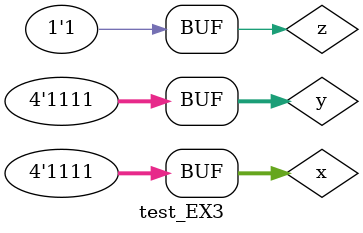
<source format=v>



module Adder (output s1, output s2, input a, input b);

xor XOR1 (s2,a,b);
and AND1 (s1,a,b);				 				

endmodule // Adder

module  FullAdder (output s3, output s4,input e1, input e2, input c);
wire p1, p2,p3;

Adder HA1 (p1,p2,e1,e2);
Adder HA2 (s3,p3,p1,c);
xor XOR1 (s4,p3,p2);

endmodule // FullAdder

module INC (output[2:0] s, output Carry_out, input a,
            input b, input c, input Carry_in);
wire f1,f2,f3;

FullAdder FA1 (s[0],f1,a,1,Carry_in);
FullAdder FA2 (s[1],f2,b,0,f1);
FullAdder FA3 (s[2],Carry_out,c,0,f2);

endmodule // INC

module FullAdder2 (output sinal, output[3:0] s, input[3:0] a,
                   input[3:0] b, input carry);
wire  w1,w2,w3,w4,p1,p2,p3,p4;
wire[4:0] p;

FullAdder FA1 (p[0],p1,a[0],b[0],carry);
FullAdder FA2 (p[1],p2,a[1],b[1],p1);
FullAdder FA3 (p[2],p3,a[2],b[2],p2);
FullAdder FA4 (sinal,p4,a[3],b[3],p3);
INC Inc1 (s[3:0],sinal,p[0],p[1],p[2],p4);
endmodule // FullAdder2

module test_EX3; 

// ------------------------- definir dados 

reg[3:0] x, y;
reg z;  
wire [2:0]q;
wire sinal;

FullAdder2 modulo (sinal, q, x, y, z); 

// ------------------------- parte principal 

initial begin 
$display("Exemplo0033 - Luhan Mairinck Reis - 446987"); 
$display("Test LU's module"); 

x = 4'b0000; y = 4'b0000; z = 'b0;

// projetar testes do modulo 
#1 $display("\n a    b   carry  sinal   s"); 
#1 $monitor("%4b %4b   %b    %b   %4b" ,x,y,z,sinal,q); 

#1 x = 4'b0001; y = 4'b0000; z = 'b0;
#1 x = 4'b0001; y = 4'b0001; z = 'b0;
#1 x = 4'b0010; y = 4'b0001; z = 'b0;
#1 x = 4'b0010; y = 4'b0010; z = 'b0;
#1 x = 4'b0011; y = 4'b0010; z = 'b0;
#1 x = 4'b0011; y = 4'b0011; z = 'b0;
#1 x = 4'b0100; y = 4'b0011; z = 'b0;
#1 x = 4'b0100; y = 4'b0100; z = 'b0;
#1 x = 4'b0101; y = 4'b0100; z = 'b0;
#1 x = 4'b0101; y = 4'b0101; z = 'b0;
#1 x = 4'b0110; y = 4'b0101; z = 'b0;
#1 x = 4'b0110; y = 4'b0110; z = 'b0;
#1 x = 4'b0111; y = 4'b0110; z = 'b0;
#1 x = 4'b0111; y = 4'b0111; z = 'b1;
#1 x = 4'b1000; y = 4'b0111; z = 'b1;
#1 x = 4'b1000; y = 4'b1000; z = 'b1;
#1 x = 4'b1001; y = 4'b1000; z = 'b1;
#1 x = 4'b1001; y = 4'b1001; z = 'b1;
#1 x = 4'b1010; y = 4'b1001; z = 'b1;
#1 x = 4'b1010; y = 4'b1010; z = 'b1;
#1 x = 4'b1011; y = 4'b1010; z = 'b1;
#1 x = 4'b1011; y = 4'b1011; z = 'b1;
#1 x = 4'b1100; y = 4'b1011; z = 'b1;
#1 x = 4'b1100; y = 4'b1100; z = 'b1;
#1 x = 4'b1101; y = 4'b1100; z = 'b1;
#1 x = 4'b1101; y = 4'b1101; z = 'b1;
#1 x = 4'b1110; y = 4'b1101; z = 'b1;
#1 x = 4'b1110; y = 4'b1110; z = 'b1;
#1 x = 4'b1111; y = 4'b1110; z = 'b1;
#1 x = 4'b1111; y = 4'b1111; z = 'b1;


end 
endmodule // test_EX2 
</source>
